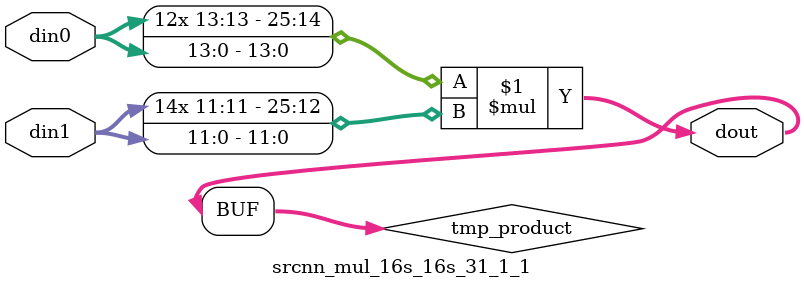
<source format=v>

`timescale 1 ns / 1 ps

  module srcnn_mul_16s_16s_31_1_1(din0, din1, dout);
parameter ID = 1;
parameter NUM_STAGE = 0;
parameter din0_WIDTH = 14;
parameter din1_WIDTH = 12;
parameter dout_WIDTH = 26;

input [din0_WIDTH - 1 : 0] din0; 
input [din1_WIDTH - 1 : 0] din1; 
output [dout_WIDTH - 1 : 0] dout;

wire signed [dout_WIDTH - 1 : 0] tmp_product;













assign tmp_product = $signed(din0) * $signed(din1);








assign dout = tmp_product;







endmodule

</source>
